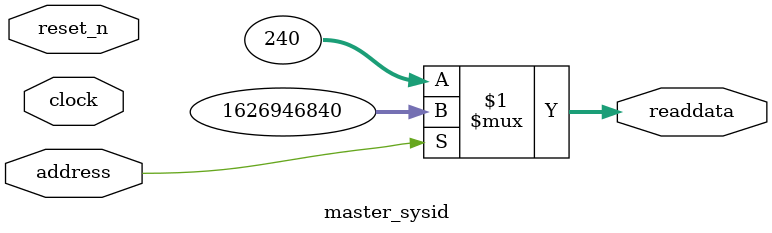
<source format=v>

`timescale 1ns / 1ps
// synthesis translate_on

// turn off superfluous verilog processor warnings 
// altera message_level Level1 
// altera message_off 10034 10035 10036 10037 10230 10240 10030 

module master_sysid (
               // inputs:
                address,
                clock,
                reset_n,

               // outputs:
                readdata
             )
;

  output  [ 31: 0] readdata;
  input            address;
  input            clock;
  input            reset_n;

  wire    [ 31: 0] readdata;
  //control_slave, which is an e_avalon_slave
  assign readdata = address ? 1626946840 : 240;

endmodule




</source>
